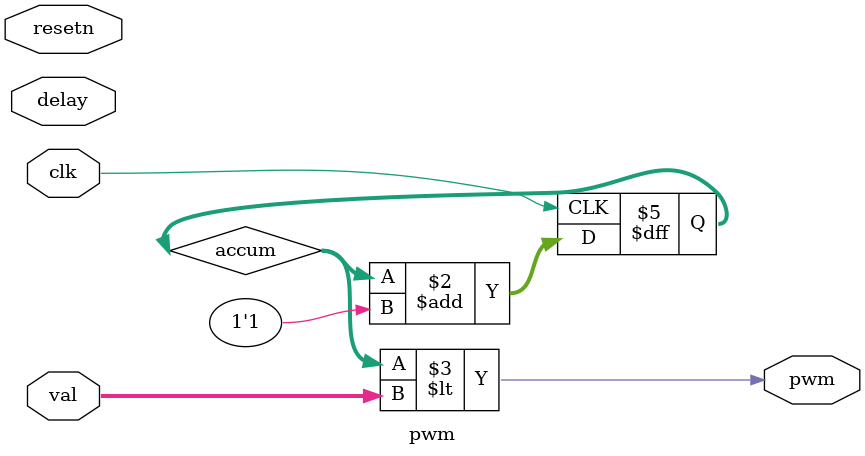
<source format=sv>
`default_nettype none

/*
PWM module
Parameters:
  - bits - Accumulator resolution
  - delayed - delay output by the value of `delay` wire
  - resetable - allow the accumulator to reset
*/
module pwm #(
    parameter bits = 8,
    parameter resetable = 0,
    parameter delayed = 0
) (
    input  clk,
    input  resetn,
    input  [bits-2:0] delay, // delay should never be more than half the period
    input  [bits-1:0] val,
    output pwm
);

  reg [bits-1:0] accum = 0; // FPGA ONLY

  if (delayed) assign pwm = (accum[bits-2:0] >= delay) & (accum < (val+delay));
  else assign pwm = (accum < val);

  always_ff @(posedge clk)
  if (resetable) begin
    if(!resetn) accum <= 0;
    else if(resetn) accum <= accum + 1'b1;
  end else
    accum <= accum + 1'b1;


endmodule
</source>
